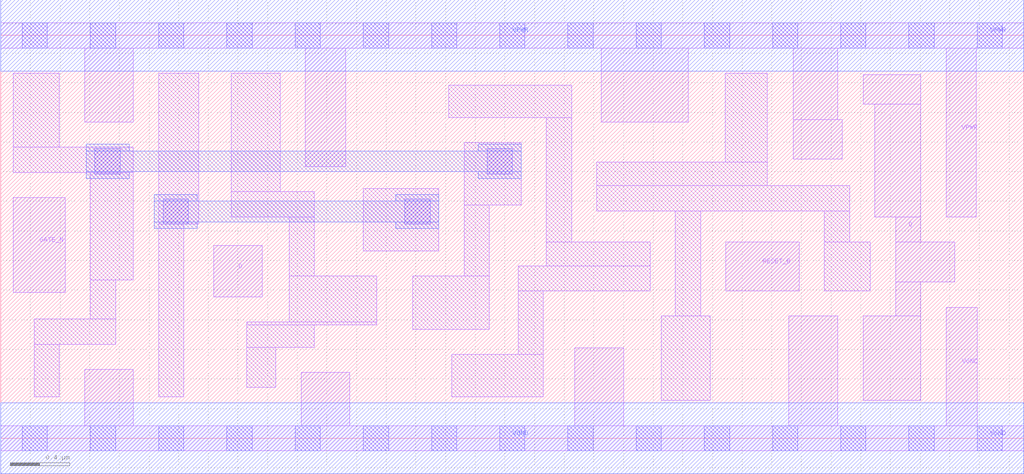
<source format=lef>
# Copyright 2020 The SkyWater PDK Authors
#
# Licensed under the Apache License, Version 2.0 (the "License");
# you may not use this file except in compliance with the License.
# You may obtain a copy of the License at
#
#     https://www.apache.org/licenses/LICENSE-2.0
#
# Unless required by applicable law or agreed to in writing, software
# distributed under the License is distributed on an "AS IS" BASIS,
# WITHOUT WARRANTIES OR CONDITIONS OF ANY KIND, either express or implied.
# See the License for the specific language governing permissions and
# limitations under the License.
#
# SPDX-License-Identifier: Apache-2.0

VERSION 5.7 ;
  NAMESCASESENSITIVE ON ;
  NOWIREEXTENSIONATPIN ON ;
  DIVIDERCHAR "/" ;
  BUSBITCHARS "[]" ;
UNITS
  DATABASE MICRONS 200 ;
END UNITS
PROPERTYDEFINITIONS
  MACRO maskLayoutSubType STRING ;
  MACRO prCellType STRING ;
  MACRO originalViewName STRING ;
END PROPERTYDEFINITIONS
MACRO sky130_fd_sc_hdll__dlrtn_2
  CLASS CORE ;
  FOREIGN sky130_fd_sc_hdll__dlrtn_2 ;
  ORIGIN  0.000000  0.000000 ;
  SIZE  6.900000 BY  2.720000 ;
  SYMMETRY X Y R90 ;
  SITE unithd ;
  PIN D
    ANTENNAGATEAREA  0.178200 ;
    DIRECTION INPUT ;
    USE SIGNAL ;
    PORT
      LAYER li1 ;
        RECT 1.435000 0.955000 1.765000 1.300000 ;
    END
  END D
  PIN GATE_N
    ANTENNAGATEAREA  0.178200 ;
    DIRECTION INPUT ;
    USE SIGNAL ;
    PORT
      LAYER li1 ;
        RECT 0.085000 0.985000 0.435000 1.625000 ;
    END
  END GATE_N
  PIN Q
    ANTENNADIFFAREA  0.465500 ;
    DIRECTION OUTPUT ;
    USE SIGNAL ;
    PORT
      LAYER li1 ;
        RECT 5.815000 0.255000 6.205000 0.825000 ;
        RECT 5.815000 2.255000 6.205000 2.455000 ;
        RECT 5.895000 1.495000 6.205000 2.255000 ;
        RECT 6.035000 0.825000 6.205000 1.055000 ;
        RECT 6.035000 1.055000 6.435000 1.325000 ;
        RECT 6.035000 1.325000 6.205000 1.495000 ;
    END
  END Q
  PIN RESET_B
    ANTENNAGATEAREA  0.277500 ;
    DIRECTION INPUT ;
    USE SIGNAL ;
    PORT
      LAYER li1 ;
        RECT 4.890000 0.995000 5.385000 1.325000 ;
    END
  END RESET_B
  PIN VGND
    ANTENNADIFFAREA  0.804750 ;
    DIRECTION INOUT ;
    USE SIGNAL ;
    PORT
      LAYER li1 ;
        RECT 0.000000 -0.085000 6.900000 0.085000 ;
        RECT 0.565000  0.085000 0.895000 0.465000 ;
        RECT 2.025000  0.085000 2.355000 0.445000 ;
        RECT 3.870000  0.085000 4.200000 0.610000 ;
        RECT 5.315000  0.085000 5.645000 0.825000 ;
        RECT 6.375000  0.085000 6.585000 0.885000 ;
      LAYER mcon ;
        RECT 0.145000 -0.085000 0.315000 0.085000 ;
        RECT 0.605000 -0.085000 0.775000 0.085000 ;
        RECT 1.065000 -0.085000 1.235000 0.085000 ;
        RECT 1.525000 -0.085000 1.695000 0.085000 ;
        RECT 1.985000 -0.085000 2.155000 0.085000 ;
        RECT 2.445000 -0.085000 2.615000 0.085000 ;
        RECT 2.905000 -0.085000 3.075000 0.085000 ;
        RECT 3.365000 -0.085000 3.535000 0.085000 ;
        RECT 3.825000 -0.085000 3.995000 0.085000 ;
        RECT 4.285000 -0.085000 4.455000 0.085000 ;
        RECT 4.745000 -0.085000 4.915000 0.085000 ;
        RECT 5.205000 -0.085000 5.375000 0.085000 ;
        RECT 5.665000 -0.085000 5.835000 0.085000 ;
        RECT 6.125000 -0.085000 6.295000 0.085000 ;
        RECT 6.585000 -0.085000 6.755000 0.085000 ;
      LAYER met1 ;
        RECT 0.000000 -0.240000 6.900000 0.240000 ;
    END
  END VGND
  PIN VPWR
    ANTENNADIFFAREA  1.411000 ;
    DIRECTION INOUT ;
    USE SIGNAL ;
    PORT
      LAYER li1 ;
        RECT 0.000000 2.635000 6.900000 2.805000 ;
        RECT 0.565000 2.135000 0.895000 2.635000 ;
        RECT 2.055000 1.835000 2.325000 2.635000 ;
        RECT 4.050000 2.135000 4.635000 2.635000 ;
        RECT 5.345000 1.885000 5.675000 2.150000 ;
        RECT 5.345000 2.150000 5.645000 2.635000 ;
        RECT 6.375000 1.495000 6.580000 2.635000 ;
      LAYER mcon ;
        RECT 0.145000 2.635000 0.315000 2.805000 ;
        RECT 0.605000 2.635000 0.775000 2.805000 ;
        RECT 1.065000 2.635000 1.235000 2.805000 ;
        RECT 1.525000 2.635000 1.695000 2.805000 ;
        RECT 1.985000 2.635000 2.155000 2.805000 ;
        RECT 2.445000 2.635000 2.615000 2.805000 ;
        RECT 2.905000 2.635000 3.075000 2.805000 ;
        RECT 3.365000 2.635000 3.535000 2.805000 ;
        RECT 3.825000 2.635000 3.995000 2.805000 ;
        RECT 4.285000 2.635000 4.455000 2.805000 ;
        RECT 4.745000 2.635000 4.915000 2.805000 ;
        RECT 5.205000 2.635000 5.375000 2.805000 ;
        RECT 5.665000 2.635000 5.835000 2.805000 ;
        RECT 6.125000 2.635000 6.295000 2.805000 ;
        RECT 6.585000 2.635000 6.755000 2.805000 ;
      LAYER met1 ;
        RECT 0.000000 2.480000 6.900000 2.960000 ;
    END
  END VPWR
  OBS
    LAYER li1 ;
      RECT 0.085000 1.795000 0.895000 1.965000 ;
      RECT 0.085000 1.965000 0.395000 2.465000 ;
      RECT 0.225000 0.280000 0.395000 0.635000 ;
      RECT 0.225000 0.635000 0.775000 0.805000 ;
      RECT 0.605000 0.805000 0.775000 1.070000 ;
      RECT 0.605000 1.070000 0.895000 1.795000 ;
      RECT 1.065000 0.280000 1.235000 1.445000 ;
      RECT 1.065000 1.445000 1.335000 2.465000 ;
      RECT 1.555000 1.495000 2.115000 1.665000 ;
      RECT 1.555000 1.665000 1.885000 2.465000 ;
      RECT 1.660000 0.345000 1.855000 0.615000 ;
      RECT 1.660000 0.615000 2.115000 0.765000 ;
      RECT 1.660000 0.765000 2.535000 0.785000 ;
      RECT 1.945000 0.785000 2.535000 1.095000 ;
      RECT 1.945000 1.095000 2.115000 1.495000 ;
      RECT 2.445000 1.265000 2.955000 1.685000 ;
      RECT 2.780000 0.735000 3.295000 1.095000 ;
      RECT 3.020000 2.165000 3.850000 2.385000 ;
      RECT 3.040000 0.280000 3.660000 0.565000 ;
      RECT 3.125000 1.095000 3.295000 1.575000 ;
      RECT 3.125000 1.575000 3.510000 1.995000 ;
      RECT 3.490000 0.565000 3.660000 0.995000 ;
      RECT 3.490000 0.995000 4.380000 1.165000 ;
      RECT 3.680000 1.165000 4.380000 1.325000 ;
      RECT 3.680000 1.325000 3.850000 2.165000 ;
      RECT 4.020000 1.535000 5.725000 1.705000 ;
      RECT 4.020000 1.705000 5.170000 1.865000 ;
      RECT 4.455000 0.255000 4.785000 0.825000 ;
      RECT 4.550000 0.825000 4.720000 1.535000 ;
      RECT 4.885000 1.865000 5.170000 2.465000 ;
      RECT 5.555000 0.995000 5.865000 1.325000 ;
      RECT 5.555000 1.325000 5.725000 1.535000 ;
    LAYER mcon ;
      RECT 0.635000 1.785000 0.805000 1.955000 ;
      RECT 1.095000 1.445000 1.265000 1.615000 ;
      RECT 2.725000 1.445000 2.895000 1.615000 ;
      RECT 3.280000 1.785000 3.450000 1.955000 ;
    LAYER met1 ;
      RECT 0.575000 1.755000 0.865000 1.800000 ;
      RECT 0.575000 1.800000 3.510000 1.940000 ;
      RECT 0.575000 1.940000 0.865000 1.985000 ;
      RECT 1.035000 1.415000 1.325000 1.460000 ;
      RECT 1.035000 1.460000 2.955000 1.600000 ;
      RECT 1.035000 1.600000 1.325000 1.645000 ;
      RECT 2.665000 1.415000 2.955000 1.460000 ;
      RECT 2.665000 1.600000 2.955000 1.645000 ;
      RECT 3.220000 1.755000 3.510000 1.800000 ;
      RECT 3.220000 1.940000 3.510000 1.985000 ;
  END
  PROPERTY maskLayoutSubType "abstract" ;
  PROPERTY prCellType "standard" ;
  PROPERTY originalViewName "layout" ;
END sky130_fd_sc_hdll__dlrtn_2

</source>
